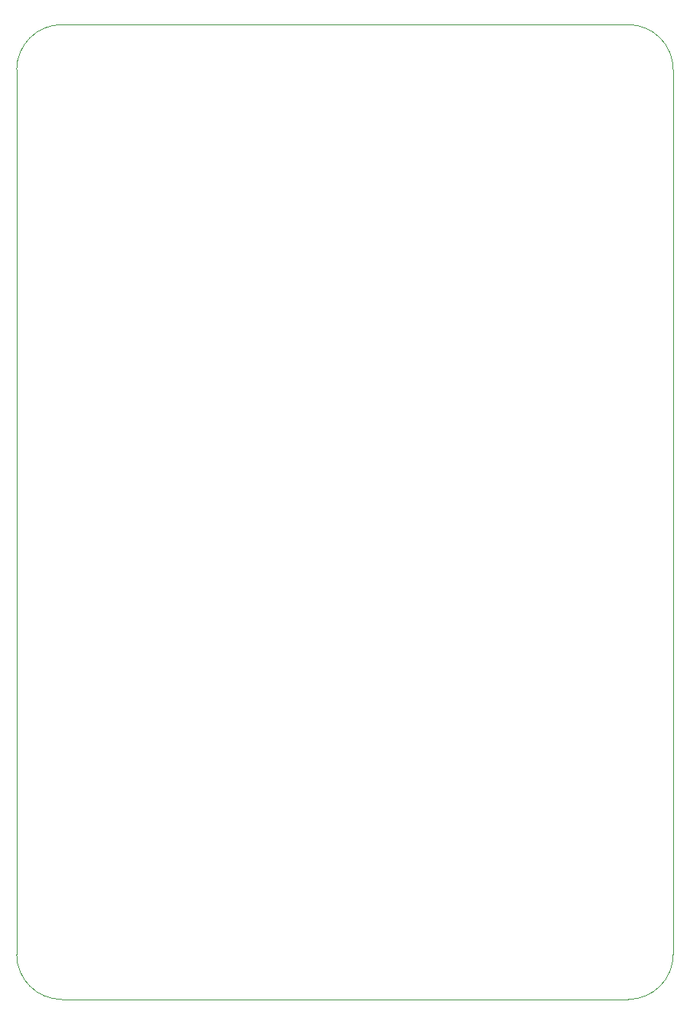
<source format=gbr>
%TF.GenerationSoftware,KiCad,Pcbnew,9.0.5*%
%TF.CreationDate,2026-02-03T12:12:50+01:00*%
%TF.ProjectId,Seminarski,53656d69-6e61-4727-936b-692e6b696361,rev?*%
%TF.SameCoordinates,Original*%
%TF.FileFunction,Profile,NP*%
%FSLAX46Y46*%
G04 Gerber Fmt 4.6, Leading zero omitted, Abs format (unit mm)*
G04 Created by KiCad (PCBNEW 9.0.5) date 2026-02-03 12:12:50*
%MOMM*%
%LPD*%
G01*
G04 APERTURE LIST*
%TA.AperFunction,Profile*%
%ADD10C,0.050000*%
%TD*%
G04 APERTURE END LIST*
D10*
X140750000Y-147250000D02*
G75*
G02*
X135750000Y-142250000I0J5000000D01*
G01*
X208500000Y-142250000D02*
X208500000Y-44250000D01*
X140750000Y-147250000D02*
X203500000Y-147250000D01*
X135750000Y-44250000D02*
G75*
G02*
X140750000Y-39250000I5000000J0D01*
G01*
X208500000Y-142250000D02*
G75*
G02*
X203500000Y-147250000I-5000000J0D01*
G01*
X135750000Y-44250000D02*
X135750000Y-142250000D01*
X203500000Y-39250000D02*
G75*
G02*
X208500000Y-44250000I0J-5000000D01*
G01*
X203500000Y-39250000D02*
X140750000Y-39250000D01*
M02*

</source>
